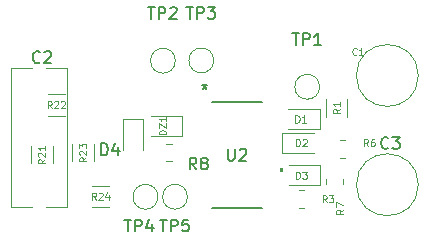
<source format=gbr>
%TF.GenerationSoftware,KiCad,Pcbnew,9.0.1*%
%TF.CreationDate,2025-07-03T13:01:24+03:00*%
%TF.ProjectId,Fan,46616e2e-6b69-4636-9164-5f7063625858,rev?*%
%TF.SameCoordinates,Original*%
%TF.FileFunction,Legend,Top*%
%TF.FilePolarity,Positive*%
%FSLAX46Y46*%
G04 Gerber Fmt 4.6, Leading zero omitted, Abs format (unit mm)*
G04 Created by KiCad (PCBNEW 9.0.1) date 2025-07-03 13:01:24*
%MOMM*%
%LPD*%
G01*
G04 APERTURE LIST*
%ADD10C,0.150000*%
%ADD11C,0.075000*%
%ADD12C,0.093750*%
%ADD13C,0.120000*%
%ADD14C,0.000000*%
%ADD15C,0.152400*%
G04 APERTURE END LIST*
D10*
X112008095Y-66954819D02*
X112579523Y-66954819D01*
X112293809Y-67954819D02*
X112293809Y-66954819D01*
X112912857Y-67954819D02*
X112912857Y-66954819D01*
X112912857Y-66954819D02*
X113293809Y-66954819D01*
X113293809Y-66954819D02*
X113389047Y-67002438D01*
X113389047Y-67002438D02*
X113436666Y-67050057D01*
X113436666Y-67050057D02*
X113484285Y-67145295D01*
X113484285Y-67145295D02*
X113484285Y-67288152D01*
X113484285Y-67288152D02*
X113436666Y-67383390D01*
X113436666Y-67383390D02*
X113389047Y-67431009D01*
X113389047Y-67431009D02*
X113293809Y-67478628D01*
X113293809Y-67478628D02*
X112912857Y-67478628D01*
X114389047Y-66954819D02*
X113912857Y-66954819D01*
X113912857Y-66954819D02*
X113865238Y-67431009D01*
X113865238Y-67431009D02*
X113912857Y-67383390D01*
X113912857Y-67383390D02*
X114008095Y-67335771D01*
X114008095Y-67335771D02*
X114246190Y-67335771D01*
X114246190Y-67335771D02*
X114341428Y-67383390D01*
X114341428Y-67383390D02*
X114389047Y-67431009D01*
X114389047Y-67431009D02*
X114436666Y-67526247D01*
X114436666Y-67526247D02*
X114436666Y-67764342D01*
X114436666Y-67764342D02*
X114389047Y-67859580D01*
X114389047Y-67859580D02*
X114341428Y-67907200D01*
X114341428Y-67907200D02*
X114246190Y-67954819D01*
X114246190Y-67954819D02*
X114008095Y-67954819D01*
X114008095Y-67954819D02*
X113912857Y-67907200D01*
X113912857Y-67907200D02*
X113865238Y-67859580D01*
X117738095Y-60954819D02*
X117738095Y-61764342D01*
X117738095Y-61764342D02*
X117785714Y-61859580D01*
X117785714Y-61859580D02*
X117833333Y-61907200D01*
X117833333Y-61907200D02*
X117928571Y-61954819D01*
X117928571Y-61954819D02*
X118119047Y-61954819D01*
X118119047Y-61954819D02*
X118214285Y-61907200D01*
X118214285Y-61907200D02*
X118261904Y-61859580D01*
X118261904Y-61859580D02*
X118309523Y-61764342D01*
X118309523Y-61764342D02*
X118309523Y-60954819D01*
X118738095Y-61050057D02*
X118785714Y-61002438D01*
X118785714Y-61002438D02*
X118880952Y-60954819D01*
X118880952Y-60954819D02*
X119119047Y-60954819D01*
X119119047Y-60954819D02*
X119214285Y-61002438D01*
X119214285Y-61002438D02*
X119261904Y-61050057D01*
X119261904Y-61050057D02*
X119309523Y-61145295D01*
X119309523Y-61145295D02*
X119309523Y-61240533D01*
X119309523Y-61240533D02*
X119261904Y-61383390D01*
X119261904Y-61383390D02*
X118690476Y-61954819D01*
X118690476Y-61954819D02*
X119309523Y-61954819D01*
X115782200Y-55443819D02*
X115782200Y-55681914D01*
X115544105Y-55586676D02*
X115782200Y-55681914D01*
X115782200Y-55681914D02*
X116020295Y-55586676D01*
X115639343Y-55872390D02*
X115782200Y-55681914D01*
X115782200Y-55681914D02*
X115925057Y-55872390D01*
X115782200Y-55443819D02*
X115782200Y-55681914D01*
X115544105Y-55586676D02*
X115782200Y-55681914D01*
X115782200Y-55681914D02*
X116020295Y-55586676D01*
X115639343Y-55872390D02*
X115782200Y-55681914D01*
X115782200Y-55681914D02*
X115925057Y-55872390D01*
X110988095Y-48954819D02*
X111559523Y-48954819D01*
X111273809Y-49954819D02*
X111273809Y-48954819D01*
X111892857Y-49954819D02*
X111892857Y-48954819D01*
X111892857Y-48954819D02*
X112273809Y-48954819D01*
X112273809Y-48954819D02*
X112369047Y-49002438D01*
X112369047Y-49002438D02*
X112416666Y-49050057D01*
X112416666Y-49050057D02*
X112464285Y-49145295D01*
X112464285Y-49145295D02*
X112464285Y-49288152D01*
X112464285Y-49288152D02*
X112416666Y-49383390D01*
X112416666Y-49383390D02*
X112369047Y-49431009D01*
X112369047Y-49431009D02*
X112273809Y-49478628D01*
X112273809Y-49478628D02*
X111892857Y-49478628D01*
X112845238Y-49050057D02*
X112892857Y-49002438D01*
X112892857Y-49002438D02*
X112988095Y-48954819D01*
X112988095Y-48954819D02*
X113226190Y-48954819D01*
X113226190Y-48954819D02*
X113321428Y-49002438D01*
X113321428Y-49002438D02*
X113369047Y-49050057D01*
X113369047Y-49050057D02*
X113416666Y-49145295D01*
X113416666Y-49145295D02*
X113416666Y-49240533D01*
X113416666Y-49240533D02*
X113369047Y-49383390D01*
X113369047Y-49383390D02*
X112797619Y-49954819D01*
X112797619Y-49954819D02*
X113416666Y-49954819D01*
D11*
X123470943Y-58733671D02*
X123470943Y-58133671D01*
X123470943Y-58133671D02*
X123613800Y-58133671D01*
X123613800Y-58133671D02*
X123699514Y-58162242D01*
X123699514Y-58162242D02*
X123756657Y-58219385D01*
X123756657Y-58219385D02*
X123785228Y-58276528D01*
X123785228Y-58276528D02*
X123813800Y-58390814D01*
X123813800Y-58390814D02*
X123813800Y-58476528D01*
X123813800Y-58476528D02*
X123785228Y-58590814D01*
X123785228Y-58590814D02*
X123756657Y-58647957D01*
X123756657Y-58647957D02*
X123699514Y-58705100D01*
X123699514Y-58705100D02*
X123613800Y-58733671D01*
X123613800Y-58733671D02*
X123470943Y-58733671D01*
X124385228Y-58733671D02*
X124042371Y-58733671D01*
X124213800Y-58733671D02*
X124213800Y-58133671D01*
X124213800Y-58133671D02*
X124156657Y-58219385D01*
X124156657Y-58219385D02*
X124099514Y-58276528D01*
X124099514Y-58276528D02*
X124042371Y-58305100D01*
D10*
X108988095Y-66954819D02*
X109559523Y-66954819D01*
X109273809Y-67954819D02*
X109273809Y-66954819D01*
X109892857Y-67954819D02*
X109892857Y-66954819D01*
X109892857Y-66954819D02*
X110273809Y-66954819D01*
X110273809Y-66954819D02*
X110369047Y-67002438D01*
X110369047Y-67002438D02*
X110416666Y-67050057D01*
X110416666Y-67050057D02*
X110464285Y-67145295D01*
X110464285Y-67145295D02*
X110464285Y-67288152D01*
X110464285Y-67288152D02*
X110416666Y-67383390D01*
X110416666Y-67383390D02*
X110369047Y-67431009D01*
X110369047Y-67431009D02*
X110273809Y-67478628D01*
X110273809Y-67478628D02*
X109892857Y-67478628D01*
X111321428Y-67288152D02*
X111321428Y-67954819D01*
X111083333Y-66907200D02*
X110845238Y-67621485D01*
X110845238Y-67621485D02*
X111464285Y-67621485D01*
X114238095Y-48926733D02*
X114809523Y-48926733D01*
X114523809Y-49926733D02*
X114523809Y-48926733D01*
X115142857Y-49926733D02*
X115142857Y-48926733D01*
X115142857Y-48926733D02*
X115523809Y-48926733D01*
X115523809Y-48926733D02*
X115619047Y-48974352D01*
X115619047Y-48974352D02*
X115666666Y-49021971D01*
X115666666Y-49021971D02*
X115714285Y-49117209D01*
X115714285Y-49117209D02*
X115714285Y-49260066D01*
X115714285Y-49260066D02*
X115666666Y-49355304D01*
X115666666Y-49355304D02*
X115619047Y-49402923D01*
X115619047Y-49402923D02*
X115523809Y-49450542D01*
X115523809Y-49450542D02*
X115142857Y-49450542D01*
X116047619Y-48926733D02*
X116666666Y-48926733D01*
X116666666Y-48926733D02*
X116333333Y-49307685D01*
X116333333Y-49307685D02*
X116476190Y-49307685D01*
X116476190Y-49307685D02*
X116571428Y-49355304D01*
X116571428Y-49355304D02*
X116619047Y-49402923D01*
X116619047Y-49402923D02*
X116666666Y-49498161D01*
X116666666Y-49498161D02*
X116666666Y-49736256D01*
X116666666Y-49736256D02*
X116619047Y-49831494D01*
X116619047Y-49831494D02*
X116571428Y-49879114D01*
X116571428Y-49879114D02*
X116476190Y-49926733D01*
X116476190Y-49926733D02*
X116190476Y-49926733D01*
X116190476Y-49926733D02*
X116095238Y-49879114D01*
X116095238Y-49879114D02*
X116047619Y-49831494D01*
X123201895Y-51164819D02*
X123773323Y-51164819D01*
X123487609Y-52164819D02*
X123487609Y-51164819D01*
X124106657Y-52164819D02*
X124106657Y-51164819D01*
X124106657Y-51164819D02*
X124487609Y-51164819D01*
X124487609Y-51164819D02*
X124582847Y-51212438D01*
X124582847Y-51212438D02*
X124630466Y-51260057D01*
X124630466Y-51260057D02*
X124678085Y-51355295D01*
X124678085Y-51355295D02*
X124678085Y-51498152D01*
X124678085Y-51498152D02*
X124630466Y-51593390D01*
X124630466Y-51593390D02*
X124582847Y-51641009D01*
X124582847Y-51641009D02*
X124487609Y-51688628D01*
X124487609Y-51688628D02*
X124106657Y-51688628D01*
X125630466Y-52164819D02*
X125059038Y-52164819D01*
X125344752Y-52164819D02*
X125344752Y-51164819D01*
X125344752Y-51164819D02*
X125249514Y-51307676D01*
X125249514Y-51307676D02*
X125154276Y-51402914D01*
X125154276Y-51402914D02*
X125059038Y-51450533D01*
D12*
X112522696Y-59728571D02*
X111922696Y-59728571D01*
X111922696Y-59728571D02*
X111922696Y-59585714D01*
X111922696Y-59585714D02*
X111951267Y-59500000D01*
X111951267Y-59500000D02*
X112008410Y-59442857D01*
X112008410Y-59442857D02*
X112065553Y-59414286D01*
X112065553Y-59414286D02*
X112179839Y-59385714D01*
X112179839Y-59385714D02*
X112265553Y-59385714D01*
X112265553Y-59385714D02*
X112379839Y-59414286D01*
X112379839Y-59414286D02*
X112436982Y-59442857D01*
X112436982Y-59442857D02*
X112494125Y-59500000D01*
X112494125Y-59500000D02*
X112522696Y-59585714D01*
X112522696Y-59585714D02*
X112522696Y-59728571D01*
X111922696Y-59185714D02*
X111922696Y-58785714D01*
X111922696Y-58785714D02*
X112522696Y-59185714D01*
X112522696Y-59185714D02*
X112522696Y-58785714D01*
X112522696Y-58242857D02*
X112522696Y-58585714D01*
X112522696Y-58414285D02*
X111922696Y-58414285D01*
X111922696Y-58414285D02*
X112008410Y-58471428D01*
X112008410Y-58471428D02*
X112065553Y-58528571D01*
X112065553Y-58528571D02*
X112094125Y-58585714D01*
D10*
X107011905Y-61504819D02*
X107011905Y-60504819D01*
X107011905Y-60504819D02*
X107250000Y-60504819D01*
X107250000Y-60504819D02*
X107392857Y-60552438D01*
X107392857Y-60552438D02*
X107488095Y-60647676D01*
X107488095Y-60647676D02*
X107535714Y-60742914D01*
X107535714Y-60742914D02*
X107583333Y-60933390D01*
X107583333Y-60933390D02*
X107583333Y-61076247D01*
X107583333Y-61076247D02*
X107535714Y-61266723D01*
X107535714Y-61266723D02*
X107488095Y-61361961D01*
X107488095Y-61361961D02*
X107392857Y-61457200D01*
X107392857Y-61457200D02*
X107250000Y-61504819D01*
X107250000Y-61504819D02*
X107011905Y-61504819D01*
X108440476Y-60838152D02*
X108440476Y-61504819D01*
X108202381Y-60457200D02*
X107964286Y-61171485D01*
X107964286Y-61171485D02*
X108583333Y-61171485D01*
D11*
X128650000Y-52966528D02*
X128621428Y-52995100D01*
X128621428Y-52995100D02*
X128535714Y-53023671D01*
X128535714Y-53023671D02*
X128478571Y-53023671D01*
X128478571Y-53023671D02*
X128392857Y-52995100D01*
X128392857Y-52995100D02*
X128335714Y-52937957D01*
X128335714Y-52937957D02*
X128307143Y-52880814D01*
X128307143Y-52880814D02*
X128278571Y-52766528D01*
X128278571Y-52766528D02*
X128278571Y-52680814D01*
X128278571Y-52680814D02*
X128307143Y-52566528D01*
X128307143Y-52566528D02*
X128335714Y-52509385D01*
X128335714Y-52509385D02*
X128392857Y-52452242D01*
X128392857Y-52452242D02*
X128478571Y-52423671D01*
X128478571Y-52423671D02*
X128535714Y-52423671D01*
X128535714Y-52423671D02*
X128621428Y-52452242D01*
X128621428Y-52452242D02*
X128650000Y-52480814D01*
X129221428Y-53023671D02*
X128878571Y-53023671D01*
X129050000Y-53023671D02*
X129050000Y-52423671D01*
X129050000Y-52423671D02*
X128992857Y-52509385D01*
X128992857Y-52509385D02*
X128935714Y-52566528D01*
X128935714Y-52566528D02*
X128878571Y-52595100D01*
X123520943Y-60733671D02*
X123520943Y-60133671D01*
X123520943Y-60133671D02*
X123663800Y-60133671D01*
X123663800Y-60133671D02*
X123749514Y-60162242D01*
X123749514Y-60162242D02*
X123806657Y-60219385D01*
X123806657Y-60219385D02*
X123835228Y-60276528D01*
X123835228Y-60276528D02*
X123863800Y-60390814D01*
X123863800Y-60390814D02*
X123863800Y-60476528D01*
X123863800Y-60476528D02*
X123835228Y-60590814D01*
X123835228Y-60590814D02*
X123806657Y-60647957D01*
X123806657Y-60647957D02*
X123749514Y-60705100D01*
X123749514Y-60705100D02*
X123663800Y-60733671D01*
X123663800Y-60733671D02*
X123520943Y-60733671D01*
X124092371Y-60190814D02*
X124120943Y-60162242D01*
X124120943Y-60162242D02*
X124178086Y-60133671D01*
X124178086Y-60133671D02*
X124320943Y-60133671D01*
X124320943Y-60133671D02*
X124378086Y-60162242D01*
X124378086Y-60162242D02*
X124406657Y-60190814D01*
X124406657Y-60190814D02*
X124435228Y-60247957D01*
X124435228Y-60247957D02*
X124435228Y-60305100D01*
X124435228Y-60305100D02*
X124406657Y-60390814D01*
X124406657Y-60390814D02*
X124063800Y-60733671D01*
X124063800Y-60733671D02*
X124435228Y-60733671D01*
X123520943Y-63483671D02*
X123520943Y-62883671D01*
X123520943Y-62883671D02*
X123663800Y-62883671D01*
X123663800Y-62883671D02*
X123749514Y-62912242D01*
X123749514Y-62912242D02*
X123806657Y-62969385D01*
X123806657Y-62969385D02*
X123835228Y-63026528D01*
X123835228Y-63026528D02*
X123863800Y-63140814D01*
X123863800Y-63140814D02*
X123863800Y-63226528D01*
X123863800Y-63226528D02*
X123835228Y-63340814D01*
X123835228Y-63340814D02*
X123806657Y-63397957D01*
X123806657Y-63397957D02*
X123749514Y-63455100D01*
X123749514Y-63455100D02*
X123663800Y-63483671D01*
X123663800Y-63483671D02*
X123520943Y-63483671D01*
X124063800Y-62883671D02*
X124435228Y-62883671D01*
X124435228Y-62883671D02*
X124235228Y-63112242D01*
X124235228Y-63112242D02*
X124320943Y-63112242D01*
X124320943Y-63112242D02*
X124378086Y-63140814D01*
X124378086Y-63140814D02*
X124406657Y-63169385D01*
X124406657Y-63169385D02*
X124435228Y-63226528D01*
X124435228Y-63226528D02*
X124435228Y-63369385D01*
X124435228Y-63369385D02*
X124406657Y-63426528D01*
X124406657Y-63426528D02*
X124378086Y-63455100D01*
X124378086Y-63455100D02*
X124320943Y-63483671D01*
X124320943Y-63483671D02*
X124149514Y-63483671D01*
X124149514Y-63483671D02*
X124092371Y-63455100D01*
X124092371Y-63455100D02*
X124063800Y-63426528D01*
X102826785Y-57523671D02*
X102626785Y-57237957D01*
X102483928Y-57523671D02*
X102483928Y-56923671D01*
X102483928Y-56923671D02*
X102712499Y-56923671D01*
X102712499Y-56923671D02*
X102769642Y-56952242D01*
X102769642Y-56952242D02*
X102798213Y-56980814D01*
X102798213Y-56980814D02*
X102826785Y-57037957D01*
X102826785Y-57037957D02*
X102826785Y-57123671D01*
X102826785Y-57123671D02*
X102798213Y-57180814D01*
X102798213Y-57180814D02*
X102769642Y-57209385D01*
X102769642Y-57209385D02*
X102712499Y-57237957D01*
X102712499Y-57237957D02*
X102483928Y-57237957D01*
X103055356Y-56980814D02*
X103083928Y-56952242D01*
X103083928Y-56952242D02*
X103141071Y-56923671D01*
X103141071Y-56923671D02*
X103283928Y-56923671D01*
X103283928Y-56923671D02*
X103341071Y-56952242D01*
X103341071Y-56952242D02*
X103369642Y-56980814D01*
X103369642Y-56980814D02*
X103398213Y-57037957D01*
X103398213Y-57037957D02*
X103398213Y-57095100D01*
X103398213Y-57095100D02*
X103369642Y-57180814D01*
X103369642Y-57180814D02*
X103026785Y-57523671D01*
X103026785Y-57523671D02*
X103398213Y-57523671D01*
X103626785Y-56980814D02*
X103655357Y-56952242D01*
X103655357Y-56952242D02*
X103712500Y-56923671D01*
X103712500Y-56923671D02*
X103855357Y-56923671D01*
X103855357Y-56923671D02*
X103912500Y-56952242D01*
X103912500Y-56952242D02*
X103941071Y-56980814D01*
X103941071Y-56980814D02*
X103969642Y-57037957D01*
X103969642Y-57037957D02*
X103969642Y-57095100D01*
X103969642Y-57095100D02*
X103941071Y-57180814D01*
X103941071Y-57180814D02*
X103598214Y-57523671D01*
X103598214Y-57523671D02*
X103969642Y-57523671D01*
D10*
X131333333Y-60859580D02*
X131285714Y-60907200D01*
X131285714Y-60907200D02*
X131142857Y-60954819D01*
X131142857Y-60954819D02*
X131047619Y-60954819D01*
X131047619Y-60954819D02*
X130904762Y-60907200D01*
X130904762Y-60907200D02*
X130809524Y-60811961D01*
X130809524Y-60811961D02*
X130761905Y-60716723D01*
X130761905Y-60716723D02*
X130714286Y-60526247D01*
X130714286Y-60526247D02*
X130714286Y-60383390D01*
X130714286Y-60383390D02*
X130761905Y-60192914D01*
X130761905Y-60192914D02*
X130809524Y-60097676D01*
X130809524Y-60097676D02*
X130904762Y-60002438D01*
X130904762Y-60002438D02*
X131047619Y-59954819D01*
X131047619Y-59954819D02*
X131142857Y-59954819D01*
X131142857Y-59954819D02*
X131285714Y-60002438D01*
X131285714Y-60002438D02*
X131333333Y-60050057D01*
X131666667Y-59954819D02*
X132285714Y-59954819D01*
X132285714Y-59954819D02*
X131952381Y-60335771D01*
X131952381Y-60335771D02*
X132095238Y-60335771D01*
X132095238Y-60335771D02*
X132190476Y-60383390D01*
X132190476Y-60383390D02*
X132238095Y-60431009D01*
X132238095Y-60431009D02*
X132285714Y-60526247D01*
X132285714Y-60526247D02*
X132285714Y-60764342D01*
X132285714Y-60764342D02*
X132238095Y-60859580D01*
X132238095Y-60859580D02*
X132190476Y-60907200D01*
X132190476Y-60907200D02*
X132095238Y-60954819D01*
X132095238Y-60954819D02*
X131809524Y-60954819D01*
X131809524Y-60954819D02*
X131714286Y-60907200D01*
X131714286Y-60907200D02*
X131666667Y-60859580D01*
D11*
X129613800Y-60733671D02*
X129413800Y-60447957D01*
X129270943Y-60733671D02*
X129270943Y-60133671D01*
X129270943Y-60133671D02*
X129499514Y-60133671D01*
X129499514Y-60133671D02*
X129556657Y-60162242D01*
X129556657Y-60162242D02*
X129585228Y-60190814D01*
X129585228Y-60190814D02*
X129613800Y-60247957D01*
X129613800Y-60247957D02*
X129613800Y-60333671D01*
X129613800Y-60333671D02*
X129585228Y-60390814D01*
X129585228Y-60390814D02*
X129556657Y-60419385D01*
X129556657Y-60419385D02*
X129499514Y-60447957D01*
X129499514Y-60447957D02*
X129270943Y-60447957D01*
X130128086Y-60133671D02*
X130013800Y-60133671D01*
X130013800Y-60133671D02*
X129956657Y-60162242D01*
X129956657Y-60162242D02*
X129928086Y-60190814D01*
X129928086Y-60190814D02*
X129870943Y-60276528D01*
X129870943Y-60276528D02*
X129842371Y-60390814D01*
X129842371Y-60390814D02*
X129842371Y-60619385D01*
X129842371Y-60619385D02*
X129870943Y-60676528D01*
X129870943Y-60676528D02*
X129899514Y-60705100D01*
X129899514Y-60705100D02*
X129956657Y-60733671D01*
X129956657Y-60733671D02*
X130070943Y-60733671D01*
X130070943Y-60733671D02*
X130128086Y-60705100D01*
X130128086Y-60705100D02*
X130156657Y-60676528D01*
X130156657Y-60676528D02*
X130185228Y-60619385D01*
X130185228Y-60619385D02*
X130185228Y-60476528D01*
X130185228Y-60476528D02*
X130156657Y-60419385D01*
X130156657Y-60419385D02*
X130128086Y-60390814D01*
X130128086Y-60390814D02*
X130070943Y-60362242D01*
X130070943Y-60362242D02*
X129956657Y-60362242D01*
X129956657Y-60362242D02*
X129899514Y-60390814D01*
X129899514Y-60390814D02*
X129870943Y-60419385D01*
X129870943Y-60419385D02*
X129842371Y-60476528D01*
X105773671Y-61673214D02*
X105487957Y-61873214D01*
X105773671Y-62016071D02*
X105173671Y-62016071D01*
X105173671Y-62016071D02*
X105173671Y-61787500D01*
X105173671Y-61787500D02*
X105202242Y-61730357D01*
X105202242Y-61730357D02*
X105230814Y-61701786D01*
X105230814Y-61701786D02*
X105287957Y-61673214D01*
X105287957Y-61673214D02*
X105373671Y-61673214D01*
X105373671Y-61673214D02*
X105430814Y-61701786D01*
X105430814Y-61701786D02*
X105459385Y-61730357D01*
X105459385Y-61730357D02*
X105487957Y-61787500D01*
X105487957Y-61787500D02*
X105487957Y-62016071D01*
X105230814Y-61444643D02*
X105202242Y-61416071D01*
X105202242Y-61416071D02*
X105173671Y-61358929D01*
X105173671Y-61358929D02*
X105173671Y-61216071D01*
X105173671Y-61216071D02*
X105202242Y-61158929D01*
X105202242Y-61158929D02*
X105230814Y-61130357D01*
X105230814Y-61130357D02*
X105287957Y-61101786D01*
X105287957Y-61101786D02*
X105345100Y-61101786D01*
X105345100Y-61101786D02*
X105430814Y-61130357D01*
X105430814Y-61130357D02*
X105773671Y-61473214D01*
X105773671Y-61473214D02*
X105773671Y-61101786D01*
X105173671Y-60901785D02*
X105173671Y-60530357D01*
X105173671Y-60530357D02*
X105402242Y-60730357D01*
X105402242Y-60730357D02*
X105402242Y-60644642D01*
X105402242Y-60644642D02*
X105430814Y-60587500D01*
X105430814Y-60587500D02*
X105459385Y-60558928D01*
X105459385Y-60558928D02*
X105516528Y-60530357D01*
X105516528Y-60530357D02*
X105659385Y-60530357D01*
X105659385Y-60530357D02*
X105716528Y-60558928D01*
X105716528Y-60558928D02*
X105745100Y-60587500D01*
X105745100Y-60587500D02*
X105773671Y-60644642D01*
X105773671Y-60644642D02*
X105773671Y-60816071D01*
X105773671Y-60816071D02*
X105745100Y-60873214D01*
X105745100Y-60873214D02*
X105716528Y-60901785D01*
X126113800Y-65483671D02*
X125913800Y-65197957D01*
X125770943Y-65483671D02*
X125770943Y-64883671D01*
X125770943Y-64883671D02*
X125999514Y-64883671D01*
X125999514Y-64883671D02*
X126056657Y-64912242D01*
X126056657Y-64912242D02*
X126085228Y-64940814D01*
X126085228Y-64940814D02*
X126113800Y-64997957D01*
X126113800Y-64997957D02*
X126113800Y-65083671D01*
X126113800Y-65083671D02*
X126085228Y-65140814D01*
X126085228Y-65140814D02*
X126056657Y-65169385D01*
X126056657Y-65169385D02*
X125999514Y-65197957D01*
X125999514Y-65197957D02*
X125770943Y-65197957D01*
X126313800Y-64883671D02*
X126685228Y-64883671D01*
X126685228Y-64883671D02*
X126485228Y-65112242D01*
X126485228Y-65112242D02*
X126570943Y-65112242D01*
X126570943Y-65112242D02*
X126628086Y-65140814D01*
X126628086Y-65140814D02*
X126656657Y-65169385D01*
X126656657Y-65169385D02*
X126685228Y-65226528D01*
X126685228Y-65226528D02*
X126685228Y-65369385D01*
X126685228Y-65369385D02*
X126656657Y-65426528D01*
X126656657Y-65426528D02*
X126628086Y-65455100D01*
X126628086Y-65455100D02*
X126570943Y-65483671D01*
X126570943Y-65483671D02*
X126399514Y-65483671D01*
X126399514Y-65483671D02*
X126342371Y-65455100D01*
X126342371Y-65455100D02*
X126313800Y-65426528D01*
X127523671Y-66099999D02*
X127237957Y-66299999D01*
X127523671Y-66442856D02*
X126923671Y-66442856D01*
X126923671Y-66442856D02*
X126923671Y-66214285D01*
X126923671Y-66214285D02*
X126952242Y-66157142D01*
X126952242Y-66157142D02*
X126980814Y-66128571D01*
X126980814Y-66128571D02*
X127037957Y-66099999D01*
X127037957Y-66099999D02*
X127123671Y-66099999D01*
X127123671Y-66099999D02*
X127180814Y-66128571D01*
X127180814Y-66128571D02*
X127209385Y-66157142D01*
X127209385Y-66157142D02*
X127237957Y-66214285D01*
X127237957Y-66214285D02*
X127237957Y-66442856D01*
X126923671Y-65899999D02*
X126923671Y-65499999D01*
X126923671Y-65499999D02*
X127523671Y-65757142D01*
X102273671Y-61848214D02*
X101987957Y-62048214D01*
X102273671Y-62191071D02*
X101673671Y-62191071D01*
X101673671Y-62191071D02*
X101673671Y-61962500D01*
X101673671Y-61962500D02*
X101702242Y-61905357D01*
X101702242Y-61905357D02*
X101730814Y-61876786D01*
X101730814Y-61876786D02*
X101787957Y-61848214D01*
X101787957Y-61848214D02*
X101873671Y-61848214D01*
X101873671Y-61848214D02*
X101930814Y-61876786D01*
X101930814Y-61876786D02*
X101959385Y-61905357D01*
X101959385Y-61905357D02*
X101987957Y-61962500D01*
X101987957Y-61962500D02*
X101987957Y-62191071D01*
X101730814Y-61619643D02*
X101702242Y-61591071D01*
X101702242Y-61591071D02*
X101673671Y-61533929D01*
X101673671Y-61533929D02*
X101673671Y-61391071D01*
X101673671Y-61391071D02*
X101702242Y-61333929D01*
X101702242Y-61333929D02*
X101730814Y-61305357D01*
X101730814Y-61305357D02*
X101787957Y-61276786D01*
X101787957Y-61276786D02*
X101845100Y-61276786D01*
X101845100Y-61276786D02*
X101930814Y-61305357D01*
X101930814Y-61305357D02*
X102273671Y-61648214D01*
X102273671Y-61648214D02*
X102273671Y-61276786D01*
X102273671Y-60705357D02*
X102273671Y-61048214D01*
X102273671Y-60876785D02*
X101673671Y-60876785D01*
X101673671Y-60876785D02*
X101759385Y-60933928D01*
X101759385Y-60933928D02*
X101816528Y-60991071D01*
X101816528Y-60991071D02*
X101845100Y-61048214D01*
X127237471Y-57597499D02*
X126951757Y-57797499D01*
X127237471Y-57940356D02*
X126637471Y-57940356D01*
X126637471Y-57940356D02*
X126637471Y-57711785D01*
X126637471Y-57711785D02*
X126666042Y-57654642D01*
X126666042Y-57654642D02*
X126694614Y-57626071D01*
X126694614Y-57626071D02*
X126751757Y-57597499D01*
X126751757Y-57597499D02*
X126837471Y-57597499D01*
X126837471Y-57597499D02*
X126894614Y-57626071D01*
X126894614Y-57626071D02*
X126923185Y-57654642D01*
X126923185Y-57654642D02*
X126951757Y-57711785D01*
X126951757Y-57711785D02*
X126951757Y-57940356D01*
X127237471Y-57026071D02*
X127237471Y-57368928D01*
X127237471Y-57197499D02*
X126637471Y-57197499D01*
X126637471Y-57197499D02*
X126723185Y-57254642D01*
X126723185Y-57254642D02*
X126780328Y-57311785D01*
X126780328Y-57311785D02*
X126808900Y-57368928D01*
D10*
X115083333Y-62704819D02*
X114750000Y-62228628D01*
X114511905Y-62704819D02*
X114511905Y-61704819D01*
X114511905Y-61704819D02*
X114892857Y-61704819D01*
X114892857Y-61704819D02*
X114988095Y-61752438D01*
X114988095Y-61752438D02*
X115035714Y-61800057D01*
X115035714Y-61800057D02*
X115083333Y-61895295D01*
X115083333Y-61895295D02*
X115083333Y-62038152D01*
X115083333Y-62038152D02*
X115035714Y-62133390D01*
X115035714Y-62133390D02*
X114988095Y-62181009D01*
X114988095Y-62181009D02*
X114892857Y-62228628D01*
X114892857Y-62228628D02*
X114511905Y-62228628D01*
X115654762Y-62133390D02*
X115559524Y-62085771D01*
X115559524Y-62085771D02*
X115511905Y-62038152D01*
X115511905Y-62038152D02*
X115464286Y-61942914D01*
X115464286Y-61942914D02*
X115464286Y-61895295D01*
X115464286Y-61895295D02*
X115511905Y-61800057D01*
X115511905Y-61800057D02*
X115559524Y-61752438D01*
X115559524Y-61752438D02*
X115654762Y-61704819D01*
X115654762Y-61704819D02*
X115845238Y-61704819D01*
X115845238Y-61704819D02*
X115940476Y-61752438D01*
X115940476Y-61752438D02*
X115988095Y-61800057D01*
X115988095Y-61800057D02*
X116035714Y-61895295D01*
X116035714Y-61895295D02*
X116035714Y-61942914D01*
X116035714Y-61942914D02*
X115988095Y-62038152D01*
X115988095Y-62038152D02*
X115940476Y-62085771D01*
X115940476Y-62085771D02*
X115845238Y-62133390D01*
X115845238Y-62133390D02*
X115654762Y-62133390D01*
X115654762Y-62133390D02*
X115559524Y-62181009D01*
X115559524Y-62181009D02*
X115511905Y-62228628D01*
X115511905Y-62228628D02*
X115464286Y-62323866D01*
X115464286Y-62323866D02*
X115464286Y-62514342D01*
X115464286Y-62514342D02*
X115511905Y-62609580D01*
X115511905Y-62609580D02*
X115559524Y-62657200D01*
X115559524Y-62657200D02*
X115654762Y-62704819D01*
X115654762Y-62704819D02*
X115845238Y-62704819D01*
X115845238Y-62704819D02*
X115940476Y-62657200D01*
X115940476Y-62657200D02*
X115988095Y-62609580D01*
X115988095Y-62609580D02*
X116035714Y-62514342D01*
X116035714Y-62514342D02*
X116035714Y-62323866D01*
X116035714Y-62323866D02*
X115988095Y-62228628D01*
X115988095Y-62228628D02*
X115940476Y-62181009D01*
X115940476Y-62181009D02*
X115845238Y-62133390D01*
X101833333Y-53609580D02*
X101785714Y-53657200D01*
X101785714Y-53657200D02*
X101642857Y-53704819D01*
X101642857Y-53704819D02*
X101547619Y-53704819D01*
X101547619Y-53704819D02*
X101404762Y-53657200D01*
X101404762Y-53657200D02*
X101309524Y-53561961D01*
X101309524Y-53561961D02*
X101261905Y-53466723D01*
X101261905Y-53466723D02*
X101214286Y-53276247D01*
X101214286Y-53276247D02*
X101214286Y-53133390D01*
X101214286Y-53133390D02*
X101261905Y-52942914D01*
X101261905Y-52942914D02*
X101309524Y-52847676D01*
X101309524Y-52847676D02*
X101404762Y-52752438D01*
X101404762Y-52752438D02*
X101547619Y-52704819D01*
X101547619Y-52704819D02*
X101642857Y-52704819D01*
X101642857Y-52704819D02*
X101785714Y-52752438D01*
X101785714Y-52752438D02*
X101833333Y-52800057D01*
X102214286Y-52800057D02*
X102261905Y-52752438D01*
X102261905Y-52752438D02*
X102357143Y-52704819D01*
X102357143Y-52704819D02*
X102595238Y-52704819D01*
X102595238Y-52704819D02*
X102690476Y-52752438D01*
X102690476Y-52752438D02*
X102738095Y-52800057D01*
X102738095Y-52800057D02*
X102785714Y-52895295D01*
X102785714Y-52895295D02*
X102785714Y-52990533D01*
X102785714Y-52990533D02*
X102738095Y-53133390D01*
X102738095Y-53133390D02*
X102166667Y-53704819D01*
X102166667Y-53704819D02*
X102785714Y-53704819D01*
D11*
X106576785Y-65273671D02*
X106376785Y-64987957D01*
X106233928Y-65273671D02*
X106233928Y-64673671D01*
X106233928Y-64673671D02*
X106462499Y-64673671D01*
X106462499Y-64673671D02*
X106519642Y-64702242D01*
X106519642Y-64702242D02*
X106548213Y-64730814D01*
X106548213Y-64730814D02*
X106576785Y-64787957D01*
X106576785Y-64787957D02*
X106576785Y-64873671D01*
X106576785Y-64873671D02*
X106548213Y-64930814D01*
X106548213Y-64930814D02*
X106519642Y-64959385D01*
X106519642Y-64959385D02*
X106462499Y-64987957D01*
X106462499Y-64987957D02*
X106233928Y-64987957D01*
X106805356Y-64730814D02*
X106833928Y-64702242D01*
X106833928Y-64702242D02*
X106891071Y-64673671D01*
X106891071Y-64673671D02*
X107033928Y-64673671D01*
X107033928Y-64673671D02*
X107091071Y-64702242D01*
X107091071Y-64702242D02*
X107119642Y-64730814D01*
X107119642Y-64730814D02*
X107148213Y-64787957D01*
X107148213Y-64787957D02*
X107148213Y-64845100D01*
X107148213Y-64845100D02*
X107119642Y-64930814D01*
X107119642Y-64930814D02*
X106776785Y-65273671D01*
X106776785Y-65273671D02*
X107148213Y-65273671D01*
X107662500Y-64873671D02*
X107662500Y-65273671D01*
X107519642Y-64645100D02*
X107376785Y-65073671D01*
X107376785Y-65073671D02*
X107748214Y-65073671D01*
D13*
%TO.C,TP5*%
X114320000Y-65020000D02*
G75*
G02*
X112220000Y-65020000I-1050000J0D01*
G01*
X112220000Y-65020000D02*
G75*
G02*
X114320000Y-65020000I1050000J0D01*
G01*
D14*
%TO.C,U2*%
G36*
X122456799Y-62960500D02*
G01*
X122202799Y-62960500D01*
X122202799Y-62579500D01*
X122456799Y-62579500D01*
X122456799Y-62960500D01*
G37*
D15*
X120620900Y-57004200D02*
X116379100Y-57004200D01*
X116379100Y-65995800D02*
X120620900Y-65995800D01*
D13*
%TO.C,TP2*%
X113300000Y-53500000D02*
G75*
G02*
X111200000Y-53500000I-1050000J0D01*
G01*
X111200000Y-53500000D02*
G75*
G02*
X113300000Y-53500000I1050000J0D01*
G01*
%TO.C,D1*%
X125523800Y-57610000D02*
X122863800Y-57610000D01*
X125523800Y-59310000D02*
X125523800Y-57610000D01*
X125523800Y-59310000D02*
X122863800Y-59310000D01*
%TO.C,TP4*%
X111820000Y-65020000D02*
G75*
G02*
X109720000Y-65020000I-1050000J0D01*
G01*
X109720000Y-65020000D02*
G75*
G02*
X111820000Y-65020000I1050000J0D01*
G01*
%TO.C,TP3*%
X116550000Y-53471914D02*
G75*
G02*
X114450000Y-53471914I-1050000J0D01*
G01*
X114450000Y-53471914D02*
G75*
G02*
X116550000Y-53471914I1050000J0D01*
G01*
%TO.C,TP1*%
X125513800Y-55710000D02*
G75*
G02*
X123413800Y-55710000I-1050000J0D01*
G01*
X123413800Y-55710000D02*
G75*
G02*
X125513800Y-55710000I1050000J0D01*
G01*
%TO.C,DZ1*%
X113860000Y-58150000D02*
X111200000Y-58150000D01*
X113860000Y-59850000D02*
X113860000Y-58150000D01*
X113860000Y-59850000D02*
X111200000Y-59850000D01*
%TO.C,D4*%
X110600000Y-58440000D02*
X108900000Y-58440000D01*
X110600000Y-58440000D02*
X110600000Y-61100000D01*
X108900000Y-58440000D02*
X108900000Y-61100000D01*
%TO.C,C1*%
X133870000Y-54750000D02*
G75*
G02*
X128630000Y-54750000I-2620000J0D01*
G01*
X128630000Y-54750000D02*
G75*
G02*
X133870000Y-54750000I2620000J0D01*
G01*
%TO.C,D2*%
X122353800Y-59610000D02*
X122353800Y-61310000D01*
X122353800Y-59610000D02*
X125013800Y-59610000D01*
X122353800Y-61310000D02*
X125013800Y-61310000D01*
%TO.C,D3*%
X125573800Y-64060000D02*
X125573800Y-62360000D01*
X125573800Y-64060000D02*
X122913800Y-64060000D01*
X125573800Y-62360000D02*
X122913800Y-62360000D01*
%TO.C,R22*%
X103939564Y-56340000D02*
X102485436Y-56340000D01*
X103939564Y-58160000D02*
X102485436Y-58160000D01*
%TO.C,C3*%
X133870000Y-64000000D02*
G75*
G02*
X128630000Y-64000000I-2620000J0D01*
G01*
X128630000Y-64000000D02*
G75*
G02*
X133870000Y-64000000I2620000J0D01*
G01*
%TO.C,R6*%
X127236736Y-60225000D02*
X127690864Y-60225000D01*
X127236736Y-61695000D02*
X127690864Y-61695000D01*
%TO.C,R23*%
X106410000Y-62014564D02*
X106410000Y-60560436D01*
X104590000Y-62014564D02*
X104590000Y-60560436D01*
%TO.C,R3*%
X123736736Y-64475000D02*
X124190864Y-64475000D01*
X123736736Y-65945000D02*
X124190864Y-65945000D01*
%TO.C,R7*%
X127485000Y-63522936D02*
X127485000Y-63977064D01*
X126015000Y-63522936D02*
X126015000Y-63977064D01*
%TO.C,R21*%
X101090000Y-60735436D02*
X101090000Y-62189564D01*
X102910000Y-60735436D02*
X102910000Y-62189564D01*
%TO.C,R1*%
X127873800Y-56770436D02*
X127873800Y-58224564D01*
X126053800Y-56770436D02*
X126053800Y-58224564D01*
%TO.C,R8*%
X112977064Y-60515000D02*
X112522936Y-60515000D01*
X112977064Y-61985000D02*
X112522936Y-61985000D01*
%TO.C,C2*%
X99380000Y-54130000D02*
X99380000Y-65870000D01*
X101180000Y-54130000D02*
X99380000Y-54130000D01*
X101180000Y-65870000D02*
X99380000Y-65870000D01*
X104120000Y-54130000D02*
X102320000Y-54130000D01*
X104120000Y-54130000D02*
X104120000Y-65870000D01*
X104120000Y-65870000D02*
X102320000Y-65870000D01*
%TO.C,R24*%
X107689564Y-64090000D02*
X106235436Y-64090000D01*
X107689564Y-65910000D02*
X106235436Y-65910000D01*
%TD*%
M02*

</source>
